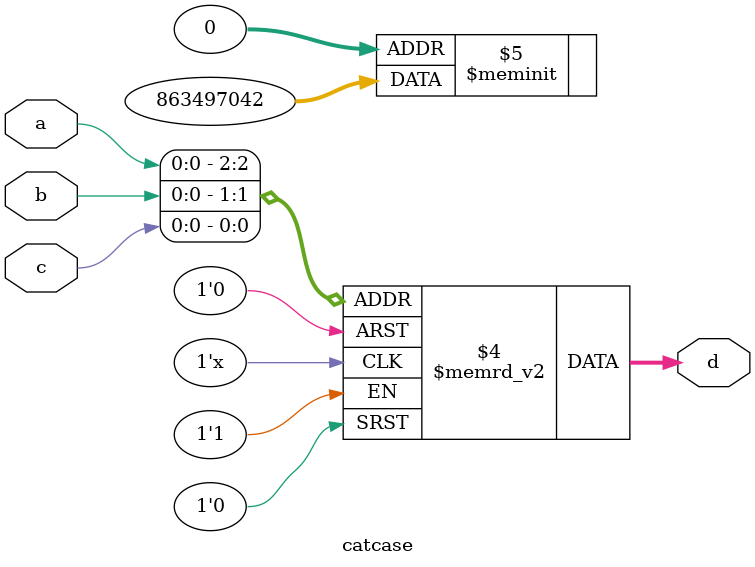
<source format=v>
`timescale 1ns / 1ps
module catcase(
    input a,
    input b,
	 input c,
    output reg [3:0] d
    );

always @(*)
	begin
		case ({a,b,c})					// pull bits together to make clean case statement
			3'b000: d = 2;
			3'b001: d = 5;
			3'b010: d = 11;
			3'b011: d = 14;
			3'b100, 3'b101: d = 7;
			3'b110, 3'b111: d = 3;
			default: d = 4'bx;
		endcase	
	end

endmodule

</source>
